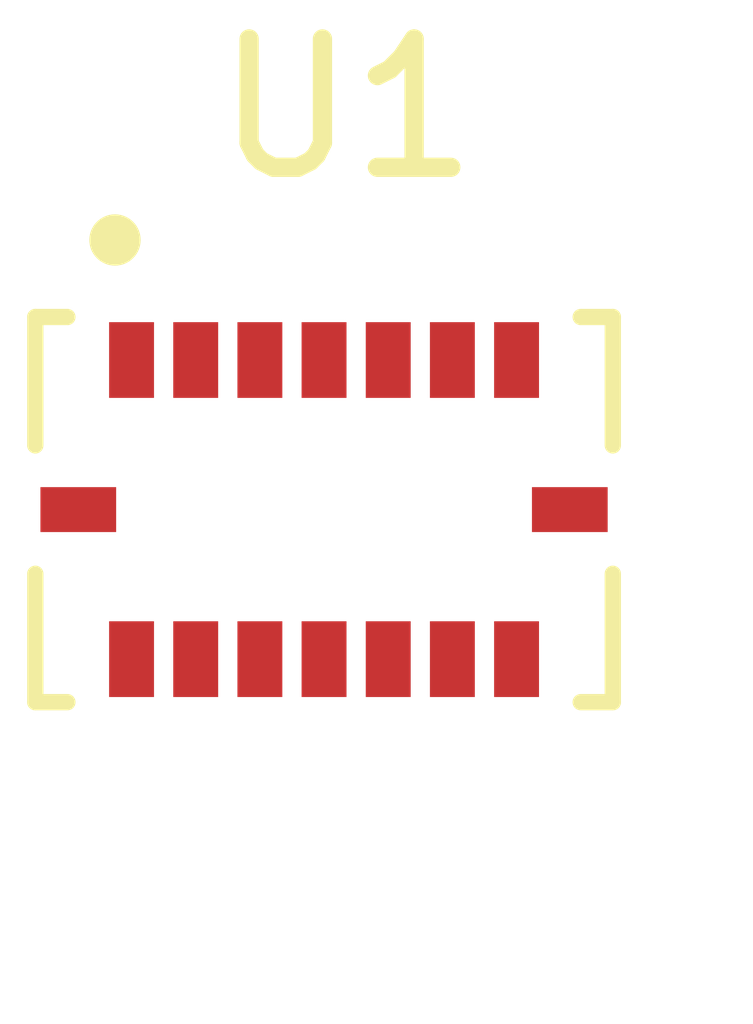
<source format=kicad_pcb>
(kicad_pcb (version 20240108) (generator "pcbnew") (generator_version "8.0")
  (layers (0 "F.Cu" signal) (31 "B.Cu" signal) (34 "B.Paste" user) (35 "F.Paste" user) (36 "B.SilkS" user "B.Silkscreen") (37 "F.SilkS" user "F.Silkscreen") (38 "B.Mask" user) (39 "F.Mask" user) (44 "Edge.Cuts" user))
  (net 0 "")
  (footprint "BMI088:PQFN50P450X300X100-16N" (layer "F.Cu") (at 132 68.835)
    (property "Reference" "U1" (at 0.178 -3.121 0) (layer "F.SilkS"))
    (property "Value" "BMI088")
    (fp_line (start -2.25 -1.5) (end -2 -1.5) (stroke (width 0.127)) (layer "F.SilkS"))
    (fp_line (start -2.25 -0.5) (end -2.25 -1.5) (stroke (width 0.127)) (layer "F.SilkS"))
    (fp_line (start -2.25 1.5) (end -2.25 0.5) (stroke (width 0.127)) (layer "F.SilkS"))
    (fp_line (start -2 1.5) (end -2.25 1.5) (stroke (width 0.127)) (layer "F.SilkS"))
    (fp_line (start 2.25 -1.5) (end 2 -1.5) (stroke (width 0.127)) (layer "F.SilkS"))
    (fp_line (start 2.25 -0.5) (end 2.25 -1.5) (stroke (width 0.127)) (layer "F.SilkS"))
    (fp_line (start 2.25 0.5) (end 2.25 1.5) (stroke (width 0.127)) (layer "F.SilkS"))
    (fp_line (start 2.25 1.5) (end 2 1.5) (stroke (width 0.127)) (layer "F.SilkS"))
    (fp_circle (center -1.629 -2.1) (end -1.529 -2.1) (stroke (width 0.2)) (fill none) (layer "F.SilkS"))
    (pad "1" smd rect (at -1.5 -1.165) (size 0.35 0.59) (layers "F.Cu" "F.Paste" "F.Mask"))
    (pad "2" smd rect (at -1 -1.165) (size 0.35 0.59) (layers "F.Cu" "F.Paste" "F.Mask"))
    (pad "3" smd rect (at -0.5 -1.165) (size 0.35 0.59) (layers "F.Cu" "F.Paste" "F.Mask"))
    (pad "4" smd rect (at 0 -1.165) (size 0.35 0.59) (layers "F.Cu" "F.Paste" "F.Mask"))
    (pad "5" smd rect (at 0.5 -1.165) (size 0.35 0.59) (layers "F.Cu" "F.Paste" "F.Mask"))
    (pad "6" smd rect (at 1 -1.165) (size 0.35 0.59) (layers "F.Cu" "F.Paste" "F.Mask"))
    (pad "7" smd rect (at 1.5 -1.165) (size 0.35 0.59) (layers "F.Cu" "F.Paste" "F.Mask"))
    (pad "8" smd rect (at 1.915 0) (size 0.59 0.35) (layers "F.Cu" "F.Paste" "F.Mask"))
    (pad "9" smd rect (at 1.5 1.165) (size 0.35 0.59) (layers "F.Cu" "F.Paste" "F.Mask"))
    (pad "10" smd rect (at 1 1.165) (size 0.35 0.59) (layers "F.Cu" "F.Paste" "F.Mask"))
    (pad "11" smd rect (at 0.5 1.165) (size 0.35 0.59) (layers "F.Cu" "F.Paste" "F.Mask"))
    (pad "12" smd rect (at 0 1.165) (size 0.35 0.59) (layers "F.Cu" "F.Paste" "F.Mask"))
    (pad "13" smd rect (at -0.5 1.165) (size 0.35 0.59) (layers "F.Cu" "F.Paste" "F.Mask"))
    (pad "14" smd rect (at -1 1.165) (size 0.35 0.59) (layers "F.Cu" "F.Paste" "F.Mask"))
    (pad "15" smd rect (at -1.5 1.165) (size 0.35 0.59) (layers "F.Cu" "F.Paste" "F.Mask"))
    (pad "16" smd rect (at -1.915 0) (size 0.59 0.35) (layers "F.Cu" "F.Paste" "F.Mask"))
  )
)
</source>
